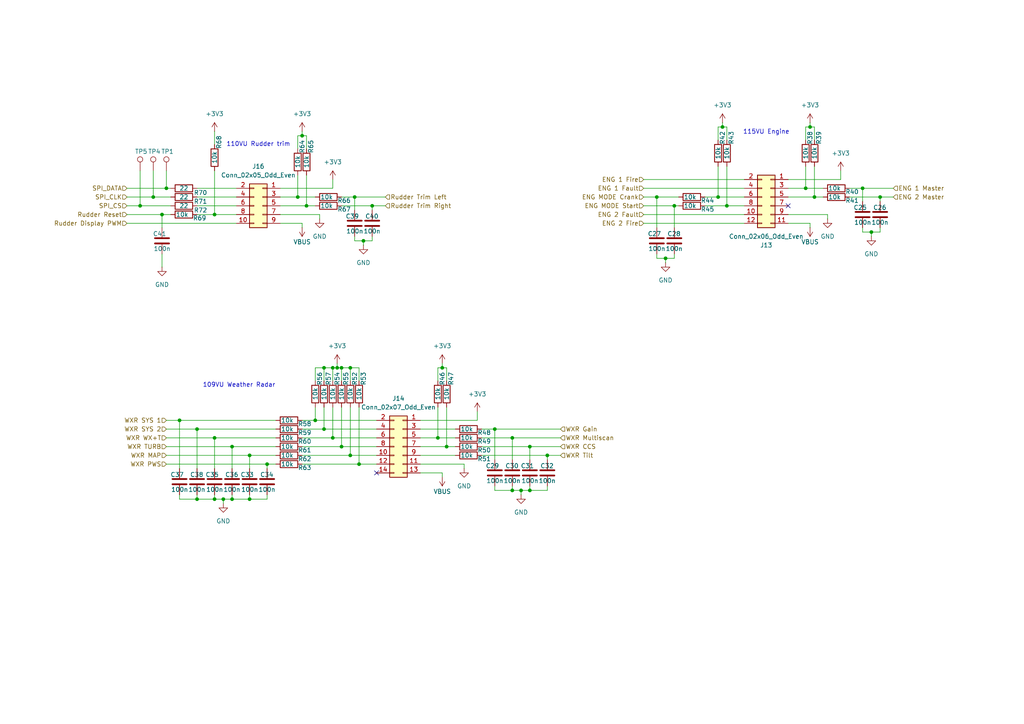
<source format=kicad_sch>
(kicad_sch (version 20231120) (generator "eeschema") (generator_version "8.0")
  (paper "A4")
  (junction (at 153.67 129.54))
  (junction (at 236.22 57.15))
  (junction (at 148.59 142.24))
  (junction (at 195.58 59.69))
  (junction (at 46.99 62.23))
  (junction (at 148.59 127))
  (junction (at 91.44 121.92))
  (junction (at 105.41 69.85))
  (junction (at 52.07 121.92))
  (junction (at 233.68 54.61))
  (junction (at 153.67 142.24))
  (junction (at 40.64 59.69))
  (junction (at 104.14 134.62))
  (junction (at 88.9 59.69))
  (junction (at 93.98 124.46))
  (junction (at 250.19 54.61))
  (junction (at 97.79 106.68))
  (junction (at 208.28 57.15))
  (junction (at 44.45 57.15))
  (junction (at 67.31 144.78))
  (junction (at 57.15 124.46))
  (junction (at 99.06 106.68))
  (junction (at 128.27 106.68))
  (junction (at 101.6 106.68))
  (junction (at 158.75 132.08))
  (junction (at 193.04 74.93))
  (junction (at 67.31 129.54))
  (junction (at 127 127))
  (junction (at 151.13 142.24))
  (junction (at 234.95 36.83))
  (junction (at 62.23 144.78))
  (junction (at 210.82 59.69))
  (junction (at 255.27 57.15))
  (junction (at 209.55 36.83))
  (junction (at 77.47 134.62))
  (junction (at 87.63 39.37))
  (junction (at 129.54 129.54))
  (junction (at 62.23 62.23))
  (junction (at 96.52 127))
  (junction (at 64.77 144.78))
  (junction (at 190.5 57.15))
  (junction (at 48.26 54.61))
  (junction (at 107.95 59.69))
  (junction (at 72.39 132.08))
  (junction (at 96.52 106.68))
  (junction (at 57.15 144.78))
  (junction (at 72.39 144.78))
  (junction (at 86.36 57.15))
  (junction (at 143.51 124.46))
  (junction (at 101.6 132.08))
  (junction (at 62.23 127))
  (junction (at 102.87 57.15))
  (junction (at 252.73 67.31))
  (junction (at 99.06 129.54))
  (junction (at 93.98 106.68))
  (no_connect (at 109.22 137.16))
  (no_connect (at 228.6 59.69))
  (wire (pts (xy 255.27 67.31) (xy 252.73 67.31)))
  (wire (pts (xy 138.43 119.38) (xy 138.43 121.92)))
  (wire (pts (xy 148.59 127) (xy 148.59 133.35)))
  (wire (pts (xy 72.39 132.08) (xy 80.01 132.08)))
  (wire (pts (xy 158.75 132.08) (xy 158.75 133.35)))
  (wire (pts (xy 236.22 48.26) (xy 236.22 57.15)))
  (wire (pts (xy 81.28 64.77) (xy 87.63 64.77)))
  (wire (pts (xy 52.07 144.78) (xy 57.15 144.78)))
  (wire (pts (xy 81.28 54.61) (xy 96.52 54.61)))
  (wire (pts (xy 93.98 124.46) (xy 109.22 124.46)))
  (wire (pts (xy 57.15 54.61) (xy 68.58 54.61)))
  (wire (pts (xy 62.23 38.1) (xy 62.23 41.91)))
  (wire (pts (xy 77.47 134.62) (xy 80.01 134.62)))
  (wire (pts (xy 87.63 39.37) (xy 87.63 38.1)))
  (wire (pts (xy 102.87 69.85) (xy 102.87 68.58)))
  (wire (pts (xy 139.7 129.54) (xy 153.67 129.54)))
  (wire (pts (xy 101.6 106.68) (xy 101.6 110.49)))
  (wire (pts (xy 46.99 62.23) (xy 49.53 62.23)))
  (wire (pts (xy 186.69 64.77) (xy 215.9 64.77)))
  (wire (pts (xy 252.73 67.31) (xy 250.19 67.31)))
  (wire (pts (xy 204.47 59.69) (xy 210.82 59.69)))
  (wire (pts (xy 81.28 59.69) (xy 88.9 59.69)))
  (wire (pts (xy 121.92 121.92) (xy 138.43 121.92)))
  (wire (pts (xy 99.06 59.69) (xy 107.95 59.69)))
  (wire (pts (xy 81.28 62.23) (xy 92.71 62.23)))
  (wire (pts (xy 67.31 129.54) (xy 67.31 135.89)))
  (wire (pts (xy 67.31 144.78) (xy 64.77 144.78)))
  (wire (pts (xy 158.75 142.24) (xy 153.67 142.24)))
  (wire (pts (xy 72.39 132.08) (xy 72.39 135.89)))
  (wire (pts (xy 107.95 59.69) (xy 107.95 60.96)))
  (wire (pts (xy 91.44 121.92) (xy 109.22 121.92)))
  (wire (pts (xy 36.83 57.15) (xy 44.45 57.15)))
  (wire (pts (xy 101.6 118.11) (xy 101.6 132.08)))
  (wire (pts (xy 121.92 124.46) (xy 132.08 124.46)))
  (wire (pts (xy 236.22 57.15) (xy 238.76 57.15)))
  (wire (pts (xy 87.63 66.04) (xy 87.63 64.77)))
  (wire (pts (xy 209.55 36.83) (xy 209.55 35.56)))
  (wire (pts (xy 134.62 134.62) (xy 134.62 135.89)))
  (wire (pts (xy 246.38 54.61) (xy 250.19 54.61)))
  (wire (pts (xy 99.06 118.11) (xy 99.06 129.54)))
  (wire (pts (xy 104.14 134.62) (xy 109.22 134.62)))
  (wire (pts (xy 77.47 144.78) (xy 72.39 144.78)))
  (wire (pts (xy 92.71 62.23) (xy 92.71 63.5)))
  (wire (pts (xy 48.26 129.54) (xy 67.31 129.54)))
  (wire (pts (xy 48.26 134.62) (xy 77.47 134.62)))
  (wire (pts (xy 139.7 127) (xy 148.59 127)))
  (wire (pts (xy 87.63 121.92) (xy 91.44 121.92)))
  (wire (pts (xy 88.9 43.18) (xy 88.9 39.37)))
  (wire (pts (xy 250.19 54.61) (xy 259.08 54.61)))
  (wire (pts (xy 57.15 144.78) (xy 62.23 144.78)))
  (wire (pts (xy 127 110.49) (xy 127 106.68)))
  (wire (pts (xy 62.23 127) (xy 80.01 127)))
  (wire (pts (xy 195.58 59.69) (xy 196.85 59.69)))
  (wire (pts (xy 62.23 143.51) (xy 62.23 144.78)))
  (wire (pts (xy 153.67 140.97) (xy 153.67 142.24)))
  (wire (pts (xy 91.44 118.11) (xy 91.44 121.92)))
  (wire (pts (xy 127 106.68) (xy 128.27 106.68)))
  (wire (pts (xy 210.82 36.83) (xy 209.55 36.83)))
  (wire (pts (xy 52.07 121.92) (xy 80.01 121.92)))
  (wire (pts (xy 105.41 69.85) (xy 102.87 69.85)))
  (wire (pts (xy 228.6 54.61) (xy 233.68 54.61)))
  (wire (pts (xy 121.92 132.08) (xy 132.08 132.08)))
  (wire (pts (xy 101.6 106.68) (xy 99.06 106.68)))
  (wire (pts (xy 72.39 143.51) (xy 72.39 144.78)))
  (wire (pts (xy 102.87 57.15) (xy 111.76 57.15)))
  (wire (pts (xy 195.58 74.93) (xy 193.04 74.93)))
  (wire (pts (xy 228.6 64.77) (xy 234.95 64.77)))
  (wire (pts (xy 236.22 36.83) (xy 234.95 36.83)))
  (wire (pts (xy 233.68 54.61) (xy 238.76 54.61)))
  (wire (pts (xy 208.28 48.26) (xy 208.28 57.15)))
  (wire (pts (xy 107.95 69.85) (xy 105.41 69.85)))
  (wire (pts (xy 87.63 124.46) (xy 93.98 124.46)))
  (wire (pts (xy 193.04 74.93) (xy 190.5 74.93)))
  (wire (pts (xy 186.69 54.61) (xy 215.9 54.61)))
  (wire (pts (xy 99.06 106.68) (xy 99.06 110.49)))
  (wire (pts (xy 57.15 143.51) (xy 57.15 144.78)))
  (wire (pts (xy 186.69 62.23) (xy 215.9 62.23)))
  (wire (pts (xy 46.99 73.66) (xy 46.99 77.47)))
  (wire (pts (xy 148.59 127) (xy 162.56 127)))
  (wire (pts (xy 129.54 106.68) (xy 128.27 106.68)))
  (wire (pts (xy 64.77 144.78) (xy 64.77 146.05)))
  (wire (pts (xy 233.68 40.64) (xy 233.68 36.83)))
  (wire (pts (xy 121.92 127) (xy 127 127)))
  (wire (pts (xy 96.52 118.11) (xy 96.52 127)))
  (wire (pts (xy 48.26 121.92) (xy 52.07 121.92)))
  (wire (pts (xy 99.06 106.68) (xy 97.79 106.68)))
  (wire (pts (xy 93.98 118.11) (xy 93.98 124.46)))
  (wire (pts (xy 139.7 124.46) (xy 143.51 124.46)))
  (wire (pts (xy 228.6 57.15) (xy 236.22 57.15)))
  (wire (pts (xy 246.38 57.15) (xy 255.27 57.15)))
  (wire (pts (xy 93.98 106.68) (xy 96.52 106.68)))
  (wire (pts (xy 250.19 67.31) (xy 250.19 66.04)))
  (wire (pts (xy 250.19 54.61) (xy 250.19 58.42)))
  (wire (pts (xy 252.73 68.58) (xy 252.73 67.31)))
  (wire (pts (xy 57.15 62.23) (xy 62.23 62.23)))
  (wire (pts (xy 228.6 62.23) (xy 240.03 62.23)))
  (wire (pts (xy 87.63 132.08) (xy 101.6 132.08)))
  (wire (pts (xy 210.82 40.64) (xy 210.82 36.83)))
  (wire (pts (xy 104.14 110.49) (xy 104.14 106.68)))
  (wire (pts (xy 77.47 134.62) (xy 77.47 135.89)))
  (wire (pts (xy 99.06 57.15) (xy 102.87 57.15)))
  (wire (pts (xy 88.9 50.8) (xy 88.9 59.69)))
  (wire (pts (xy 36.83 62.23) (xy 46.99 62.23)))
  (wire (pts (xy 44.45 49.53) (xy 44.45 57.15)))
  (wire (pts (xy 128.27 106.68) (xy 128.27 105.41)))
  (wire (pts (xy 243.84 49.53) (xy 243.84 52.07)))
  (wire (pts (xy 91.44 110.49) (xy 91.44 106.68)))
  (wire (pts (xy 186.69 59.69) (xy 195.58 59.69)))
  (wire (pts (xy 86.36 43.18) (xy 86.36 39.37)))
  (wire (pts (xy 193.04 76.2) (xy 193.04 74.93)))
  (wire (pts (xy 93.98 110.49) (xy 93.98 106.68)))
  (wire (pts (xy 40.64 49.53) (xy 40.64 59.69)))
  (wire (pts (xy 143.51 124.46) (xy 162.56 124.46)))
  (wire (pts (xy 96.52 52.07) (xy 96.52 54.61)))
  (wire (pts (xy 208.28 57.15) (xy 215.9 57.15)))
  (wire (pts (xy 228.6 52.07) (xy 243.84 52.07)))
  (wire (pts (xy 36.83 64.77) (xy 68.58 64.77)))
  (wire (pts (xy 153.67 129.54) (xy 153.67 133.35)))
  (wire (pts (xy 86.36 39.37) (xy 87.63 39.37)))
  (wire (pts (xy 129.54 110.49) (xy 129.54 106.68)))
  (wire (pts (xy 52.07 143.51) (xy 52.07 144.78)))
  (wire (pts (xy 121.92 134.62) (xy 134.62 134.62)))
  (wire (pts (xy 190.5 57.15) (xy 196.85 57.15)))
  (wire (pts (xy 48.26 124.46) (xy 57.15 124.46)))
  (wire (pts (xy 104.14 118.11) (xy 104.14 134.62)))
  (wire (pts (xy 107.95 68.58) (xy 107.95 69.85)))
  (wire (pts (xy 99.06 129.54) (xy 109.22 129.54)))
  (wire (pts (xy 48.26 54.61) (xy 49.53 54.61)))
  (wire (pts (xy 143.51 142.24) (xy 148.59 142.24)))
  (wire (pts (xy 151.13 142.24) (xy 151.13 143.51)))
  (wire (pts (xy 88.9 59.69) (xy 91.44 59.69)))
  (wire (pts (xy 127 127) (xy 132.08 127)))
  (wire (pts (xy 143.51 124.46) (xy 143.51 133.35)))
  (wire (pts (xy 153.67 129.54) (xy 162.56 129.54)))
  (wire (pts (xy 158.75 140.97) (xy 158.75 142.24)))
  (wire (pts (xy 233.68 48.26) (xy 233.68 54.61)))
  (wire (pts (xy 210.82 59.69) (xy 215.9 59.69)))
  (wire (pts (xy 87.63 127) (xy 96.52 127)))
  (wire (pts (xy 87.63 129.54) (xy 99.06 129.54)))
  (wire (pts (xy 210.82 48.26) (xy 210.82 59.69)))
  (wire (pts (xy 52.07 121.92) (xy 52.07 135.89)))
  (wire (pts (xy 153.67 142.24) (xy 151.13 142.24)))
  (wire (pts (xy 87.63 134.62) (xy 104.14 134.62)))
  (wire (pts (xy 67.31 129.54) (xy 80.01 129.54)))
  (wire (pts (xy 139.7 132.08) (xy 158.75 132.08)))
  (wire (pts (xy 36.83 59.69) (xy 40.64 59.69)))
  (wire (pts (xy 121.92 129.54) (xy 129.54 129.54)))
  (wire (pts (xy 88.9 39.37) (xy 87.63 39.37)))
  (wire (pts (xy 57.15 57.15) (xy 68.58 57.15)))
  (wire (pts (xy 234.95 66.04) (xy 234.95 64.77)))
  (wire (pts (xy 57.15 59.69) (xy 68.58 59.69)))
  (wire (pts (xy 129.54 118.11) (xy 129.54 129.54)))
  (wire (pts (xy 62.23 144.78) (xy 64.77 144.78)))
  (wire (pts (xy 86.36 50.8) (xy 86.36 57.15)))
  (wire (pts (xy 255.27 57.15) (xy 259.08 57.15)))
  (wire (pts (xy 104.14 106.68) (xy 101.6 106.68)))
  (wire (pts (xy 129.54 129.54) (xy 132.08 129.54)))
  (wire (pts (xy 143.51 140.97) (xy 143.51 142.24)))
  (wire (pts (xy 148.59 142.24) (xy 151.13 142.24)))
  (wire (pts (xy 255.27 66.04) (xy 255.27 67.31)))
  (wire (pts (xy 97.79 106.68) (xy 97.79 105.41)))
  (wire (pts (xy 48.26 127) (xy 62.23 127)))
  (wire (pts (xy 44.45 57.15) (xy 49.53 57.15)))
  (wire (pts (xy 57.15 124.46) (xy 57.15 135.89)))
  (wire (pts (xy 57.15 124.46) (xy 80.01 124.46)))
  (wire (pts (xy 105.41 71.12) (xy 105.41 69.85)))
  (wire (pts (xy 128.27 138.43) (xy 128.27 137.16)))
  (wire (pts (xy 91.44 106.68) (xy 93.98 106.68)))
  (wire (pts (xy 48.26 49.53) (xy 48.26 54.61)))
  (wire (pts (xy 186.69 52.07) (xy 215.9 52.07)))
  (wire (pts (xy 121.92 137.16) (xy 128.27 137.16)))
  (wire (pts (xy 195.58 59.69) (xy 195.58 66.04)))
  (wire (pts (xy 96.52 106.68) (xy 97.79 106.68)))
  (wire (pts (xy 81.28 57.15) (xy 86.36 57.15)))
  (wire (pts (xy 190.5 74.93) (xy 190.5 73.66)))
  (wire (pts (xy 67.31 143.51) (xy 67.31 144.78)))
  (wire (pts (xy 96.52 127) (xy 109.22 127)))
  (wire (pts (xy 195.58 73.66) (xy 195.58 74.93)))
  (wire (pts (xy 186.69 57.15) (xy 190.5 57.15)))
  (wire (pts (xy 234.95 36.83) (xy 234.95 35.56)))
  (wire (pts (xy 48.26 132.08) (xy 72.39 132.08)))
  (wire (pts (xy 208.28 36.83) (xy 209.55 36.83)))
  (wire (pts (xy 208.28 40.64) (xy 208.28 36.83)))
  (wire (pts (xy 77.47 143.51) (xy 77.47 144.78)))
  (wire (pts (xy 233.68 36.83) (xy 234.95 36.83)))
  (wire (pts (xy 158.75 132.08) (xy 162.56 132.08)))
  (wire (pts (xy 62.23 62.23) (xy 68.58 62.23)))
  (wire (pts (xy 72.39 144.78) (xy 67.31 144.78)))
  (wire (pts (xy 240.03 62.23) (xy 240.03 63.5)))
  (wire (pts (xy 107.95 59.69) (xy 111.76 59.69)))
  (wire (pts (xy 102.87 57.15) (xy 102.87 60.96)))
  (wire (pts (xy 204.47 57.15) (xy 208.28 57.15)))
  (wire (pts (xy 62.23 127) (xy 62.23 135.89)))
  (wire (pts (xy 86.36 57.15) (xy 91.44 57.15)))
  (wire (pts (xy 101.6 132.08) (xy 109.22 132.08)))
  (wire (pts (xy 40.64 59.69) (xy 49.53 59.69)))
  (wire (pts (xy 36.83 54.61) (xy 48.26 54.61)))
  (wire (pts (xy 46.99 66.04) (xy 46.99 62.23)))
  (wire (pts (xy 127 118.11) (xy 127 127)))
  (wire (pts (xy 148.59 140.97) (xy 148.59 142.24)))
  (wire (pts (xy 96.52 110.49) (xy 96.52 106.68)))
  (wire (pts (xy 236.22 40.64) (xy 236.22 36.83)))
  (wire (pts (xy 255.27 57.15) (xy 255.27 58.42)))
  (wire (pts (xy 190.5 66.04) (xy 190.5 57.15)))
  (wire (pts (xy 62.23 49.53) (xy 62.23 62.23)))
  (text "110VU Rudder trim" (at 74.93 41.91 0) (effects (font (size 1.27 1.27))))
  (text "115VU Engine" (at 222.25 38.354 0) (effects (font (size 1.27 1.27))))
  (text "109VU Weather Radar" (at 69.342 111.76 0) (effects (font (size 1.27 1.27))))
  (hierarchical_label "ENG 1 Master" (shape input) (at 259.08 54.61 0))
  (hierarchical_label "ENG 2 Master" (shape input) (at 259.08 57.15 0))
  (hierarchical_label "ENG 2 Fire" (shape input) (at 186.69 64.77 180))
  (hierarchical_label "WXR WX+T" (shape input) (at 48.26 127 180))
  (hierarchical_label "WXR Multiscan" (shape input) (at 162.56 127 0))
  (hierarchical_label "WXR Gain" (shape input) (at 162.56 124.46 0))
  (hierarchical_label "WXR TURB" (shape input) (at 48.26 129.54 180))
  (hierarchical_label "ENG 2 Fault" (shape input) (at 186.69 62.23 180))
  (hierarchical_label "ENG 1 Fault" (shape input) (at 186.69 54.61 180))
  (hierarchical_label "WXR CCS" (shape input) (at 162.56 129.54 0))
  (hierarchical_label "SPI_CS" (shape input) (at 36.83 59.69 180))
  (hierarchical_label "WXR SYS 2" (shape input) (at 48.26 124.46 180))
  (hierarchical_label "ENG MODE Start" (shape input) (at 186.69 59.69 180))
  (hierarchical_label "ENG 1 Fire" (shape input) (at 186.69 52.07 180))
  (hierarchical_label "WXR MAP" (shape input) (at 48.26 132.08 180))
  (hierarchical_label "SPI_DATA" (shape input) (at 36.83 54.61 180))
  (hierarchical_label "WXR SYS 1" (shape input) (at 48.26 121.92 180))
  (hierarchical_label "Rudder Display PWM" (shape input) (at 36.83 64.77 180))
  (hierarchical_label "ENG MODE Crank" (shape input) (at 186.69 57.15 180))
  (hierarchical_label "Rudder Trim Right" (shape input) (at 111.76 59.69 0))
  (hierarchical_label "WXR PWS" (shape input) (at 48.26 134.62 180))
  (hierarchical_label "WXR Tilt" (shape input) (at 162.56 132.08 0))
  (hierarchical_label "Rudder Reset" (shape input) (at 36.83 62.23 180))
  (hierarchical_label "Rudder Trim Left" (shape input) (at 111.76 57.15 0))
  (hierarchical_label "SPI_CLK" (shape input) (at 36.83 57.15 180))
  (symbol (lib_id "Device:C") (at 46.99 69.85 0) (mirror x) (unit 1)
    (property "Reference" "C41" (at 48.26 67.818 0) (effects (justify right)))
    (property "Value" "100n" (at 49.53 72.136 0) (effects (justify right)))
    (property "Footprint" "Capacitor_SMD:C_0603_1608Metric" (effects (hide yes)))
    (property "Datasheet" "https://www.lcsc.com/datasheet/lcsc_datasheet_2211101700_YAGEO-CC0603KRX7R9BB104_C14663.pdf" (effects (hide yes)))
    (property "Description" "Unpolarized capacitor" (effects (hide yes)))
    (property "JLCPCB Part" "C14663" (effects (hide yes)))
    (property "Manufracturer" "YAGEO" (effects (hide yes)))
    (property "Manufracturer Part Number" "CC0603KRX7R9BB104" (effects (hide yes)))
  )
  (symbol (lib_id "Device:R") (at 83.82 121.92 270) (mirror x) (unit 1)
    (property "Reference" "R58" (at 88.392 122.936 90))
    (property "Value" "10k" (at 83.312 121.92 90))
    (property "Footprint" "Resistor_SMD:R_0603_1608Metric" (effects (hide yes)))
    (property "Datasheet" "https://www.lcsc.com/datasheet/lcsc_datasheet_2206010045_UNI-ROYAL-Uniroyal-Elec-0603WAF1002T5E_C25804.pdf" (effects (hide yes)))
    (property "Description" "Resistor" (effects (hide yes)))
    (property "JLCPCB Part" "C25804" (effects (hide yes)))
    (property "Manufracturer" "UNI-ROYAL(Uniroyal Elec)" (effects (hide yes)))
    (property "Manufracturer Part Number" "0603WAF1002T5E" (effects (hide yes)))
  )
  (symbol (lib_id "power:GND") (at 240.03 63.5 0) (unit 1)
    (property "Reference" "#PWR056" (effects (hide yes)))
    (property "Value" "GND" (at 240.03 68.58 0))
  )
  (symbol (lib_id "Device:R") (at 86.36 46.99 0) (mirror x) (unit 1)
    (property "Reference" "R64" (at 87.63 44.45 90) (effects (justify right)))
    (property "Value" "10k" (at 86.36 48.768 90) (effects (justify right)))
    (property "Footprint" "Resistor_SMD:R_0603_1608Metric" (effects (hide yes)))
    (property "Datasheet" "https://www.lcsc.com/datasheet/lcsc_datasheet_2206010045_UNI-ROYAL-Uniroyal-Elec-0603WAF1002T5E_C25804.pdf" (effects (hide yes)))
    (property "Description" "Resistor" (effects (hide yes)))
    (property "JLCPCB Part" "C25804" (effects (hide yes)))
    (property "Manufracturer" "UNI-ROYAL(Uniroyal Elec)" (effects (hide yes)))
    (property "Manufracturer Part Number" "0603WAF1002T5E" (effects (hide yes)))
  )
  (symbol (lib_id "power:+3V3") (at 96.52 52.07 0) (unit 1)
    (property "Reference" "#PWR073" (effects (hide yes)))
    (property "Value" "+3V3" (at 96.52 46.99 0))
  )
  (symbol (lib_id "Device:R") (at 135.89 124.46 270) (mirror x) (unit 1)
    (property "Reference" "R48" (at 140.462 125.476 90))
    (property "Value" "10k" (at 135.382 124.46 90))
    (property "Footprint" "Resistor_SMD:R_0603_1608Metric" (effects (hide yes)))
    (property "Datasheet" "https://www.lcsc.com/datasheet/lcsc_datasheet_2206010045_UNI-ROYAL-Uniroyal-Elec-0603WAF1002T5E_C25804.pdf" (effects (hide yes)))
    (property "Description" "Resistor" (effects (hide yes)))
    (property "JLCPCB Part" "C25804" (effects (hide yes)))
    (property "Manufracturer" "UNI-ROYAL(Uniroyal Elec)" (effects (hide yes)))
    (property "Manufracturer Part Number" "0603WAF1002T5E" (effects (hide yes)))
  )
  (symbol (lib_id "Device:C") (at 158.75 137.16 180) (unit 1)
    (property "Reference" "C32" (at 156.718 135.128 0) (effects (justify right)))
    (property "Value" "100n" (at 156.21 139.446 0) (effects (justify right)))
    (property "Footprint" "Capacitor_SMD:C_0603_1608Metric" (effects (hide yes)))
    (property "Datasheet" "https://www.lcsc.com/datasheet/lcsc_datasheet_2211101700_YAGEO-CC0603KRX7R9BB104_C14663.pdf" (effects (hide yes)))
    (property "Description" "Unpolarized capacitor" (effects (hide yes)))
    (property "JLCPCB Part" "C14663" (effects (hide yes)))
    (property "Manufracturer" "YAGEO" (effects (hide yes)))
    (property "Manufracturer Part Number" "CC0603KRX7R9BB104" (effects (hide yes)))
  )
  (symbol (lib_id "Device:R") (at 62.23 45.72 180) (unit 1)
    (property "Reference" "R68" (at 63.5 43.18 90) (effects (justify right)))
    (property "Value" "10k" (at 62.23 47.498 90) (effects (justify right)))
    (property "Footprint" "Resistor_SMD:R_0603_1608Metric" (effects (hide yes)))
    (property "Datasheet" "https://www.lcsc.com/datasheet/lcsc_datasheet_2206010045_UNI-ROYAL-Uniroyal-Elec-0603WAF1002T5E_C25804.pdf" (effects (hide yes)))
    (property "Description" "Resistor" (effects (hide yes)))
    (property "JLCPCB Part" "C25804" (effects (hide yes)))
    (property "Manufracturer" "UNI-ROYAL(Uniroyal Elec)" (effects (hide yes)))
    (property "Manufracturer Part Number" "0603WAF1002T5E" (effects (hide yes)))
  )
  (symbol (lib_id "Device:R") (at 96.52 114.3 0) (mirror x) (unit 1)
    (property "Reference" "R54" (at 97.79 111.76 90) (effects (justify right)))
    (property "Value" "10k" (at 96.52 116.078 90) (effects (justify right)))
    (property "Footprint" "Resistor_SMD:R_0603_1608Metric" (effects (hide yes)))
    (property "Datasheet" "https://www.lcsc.com/datasheet/lcsc_datasheet_2206010045_UNI-ROYAL-Uniroyal-Elec-0603WAF1002T5E_C25804.pdf" (effects (hide yes)))
    (property "Description" "Resistor" (effects (hide yes)))
    (property "JLCPCB Part" "C25804" (effects (hide yes)))
    (property "Manufracturer" "UNI-ROYAL(Uniroyal Elec)" (effects (hide yes)))
    (property "Manufracturer Part Number" "0603WAF1002T5E" (effects (hide yes)))
  )
  (symbol (lib_id "power:GND") (at 252.73 68.58 0) (unit 1)
    (property "Reference" "#PWR057" (effects (hide yes)))
    (property "Value" "GND" (at 252.73 73.66 0))
  )
  (symbol (lib_id "Device:R") (at 233.68 44.45 0) (mirror x) (unit 1)
    (property "Reference" "R38" (at 234.95 41.91 90) (effects (justify right)))
    (property "Value" "10k" (at 233.68 46.228 90) (effects (justify right)))
    (property "Footprint" "Resistor_SMD:R_0603_1608Metric" (effects (hide yes)))
    (property "Datasheet" "https://www.lcsc.com/datasheet/lcsc_datasheet_2206010045_UNI-ROYAL-Uniroyal-Elec-0603WAF1002T5E_C25804.pdf" (effects (hide yes)))
    (property "Description" "Resistor" (effects (hide yes)))
    (property "JLCPCB Part" "C25804" (effects (hide yes)))
    (property "Manufracturer" "UNI-ROYAL(Uniroyal Elec)" (effects (hide yes)))
    (property "Manufracturer Part Number" "0603WAF1002T5E" (effects (hide yes)))
  )
  (symbol (lib_id "Device:C") (at 148.59 137.16 180) (unit 1)
    (property "Reference" "C30" (at 146.558 135.128 0) (effects (justify right)))
    (property "Value" "100n" (at 146.05 139.446 0) (effects (justify right)))
    (property "Footprint" "Capacitor_SMD:C_0603_1608Metric" (effects (hide yes)))
    (property "Datasheet" "https://www.lcsc.com/datasheet/lcsc_datasheet_2211101700_YAGEO-CC0603KRX7R9BB104_C14663.pdf" (effects (hide yes)))
    (property "Description" "Unpolarized capacitor" (effects (hide yes)))
    (property "JLCPCB Part" "C14663" (effects (hide yes)))
    (property "Manufracturer" "YAGEO" (effects (hide yes)))
    (property "Manufracturer Part Number" "CC0603KRX7R9BB104" (effects (hide yes)))
  )
  (symbol (lib_id "power:GND") (at 46.99 77.47 0) (unit 1)
    (property "Reference" "#PWR076" (effects (hide yes)))
    (property "Value" "GND" (at 46.99 82.55 0))
  )
  (symbol (lib_id "power:+3V3") (at 209.55 35.56 0) (unit 1)
    (property "Reference" "#PWR059" (effects (hide yes)))
    (property "Value" "+3V3" (at 209.55 30.48 0))
  )
  (symbol (lib_id "Device:R") (at 208.28 44.45 0) (mirror x) (unit 1)
    (property "Reference" "R42" (at 209.55 41.91 90) (effects (justify right)))
    (property "Value" "10k" (at 208.28 46.228 90) (effects (justify right)))
    (property "Footprint" "Resistor_SMD:R_0603_1608Metric" (effects (hide yes)))
    (property "Datasheet" "https://www.lcsc.com/datasheet/lcsc_datasheet_2206010045_UNI-ROYAL-Uniroyal-Elec-0603WAF1002T5E_C25804.pdf" (effects (hide yes)))
    (property "Description" "Resistor" (effects (hide yes)))
    (property "JLCPCB Part" "C25804" (effects (hide yes)))
    (property "Manufracturer" "UNI-ROYAL(Uniroyal Elec)" (effects (hide yes)))
    (property "Manufracturer Part Number" "0603WAF1002T5E" (effects (hide yes)))
  )
  (symbol (lib_id "power:GND") (at 193.04 76.2 0) (unit 1)
    (property "Reference" "#PWR060" (effects (hide yes)))
    (property "Value" "GND" (at 193.04 81.28 0))
  )
  (symbol (lib_id "power:GND") (at 92.71 63.5 0) (unit 1)
    (property "Reference" "#PWR072" (effects (hide yes)))
    (property "Value" "GND" (at 92.71 68.58 0))
  )
  (symbol (lib_id "Connector:TestPoint") (at 44.45 49.53 0) (mirror y) (unit 1)
    (property "Reference" "TP4" (at 42.926 43.942 0) (effects (justify right)))
    (property "Value" "TestPoint" (effects (hide yes)))
    (property "Footprint" "TestPoint:TestPoint_Pad_D1.5mm" (effects (hide yes)))
    (property "Description" "test point" (effects (hide yes)))
  )
  (symbol (lib_id "power:VBUS") (at 87.63 66.04 180) (unit 1)
    (property "Reference" "#PWR071" (effects (hide yes)))
    (property "Value" "VBUS" (at 87.63 70.1731 0))
  )
  (symbol (lib_id "Device:R") (at 129.54 114.3 180) (unit 1)
    (property "Reference" "R47" (at 130.81 111.76 90) (effects (justify right)))
    (property "Value" "10k" (at 129.54 116.078 90) (effects (justify right)))
    (property "Footprint" "Resistor_SMD:R_0603_1608Metric" (effects (hide yes)))
    (property "Datasheet" "https://www.lcsc.com/datasheet/lcsc_datasheet_2206010045_UNI-ROYAL-Uniroyal-Elec-0603WAF1002T5E_C25804.pdf" (effects (hide yes)))
    (property "Description" "Resistor" (effects (hide yes)))
    (property "JLCPCB Part" "C25804" (effects (hide yes)))
    (property "Manufracturer" "UNI-ROYAL(Uniroyal Elec)" (effects (hide yes)))
    (property "Manufracturer Part Number" "0603WAF1002T5E" (effects (hide yes)))
  )
  (symbol (lib_id "Device:R") (at 135.89 127 90) (unit 1)
    (property "Reference" "R49" (at 140.462 128.016 90))
    (property "Value" "10k" (at 135.382 127 90))
    (property "Footprint" "Resistor_SMD:R_0603_1608Metric" (effects (hide yes)))
    (property "Datasheet" "https://www.lcsc.com/datasheet/lcsc_datasheet_2206010045_UNI-ROYAL-Uniroyal-Elec-0603WAF1002T5E_C25804.pdf" (effects (hide yes)))
    (property "Description" "Resistor" (effects (hide yes)))
    (property "JLCPCB Part" "C25804" (effects (hide yes)))
    (property "Manufracturer" "UNI-ROYAL(Uniroyal Elec)" (effects (hide yes)))
    (property "Manufracturer Part Number" "0603WAF1002T5E" (effects (hide yes)))
  )
  (symbol (lib_id "Device:R") (at 83.82 134.62 90) (unit 1)
    (property "Reference" "R63" (at 88.392 135.636 90))
    (property "Value" "10k" (at 83.312 134.62 90))
    (property "Footprint" "Resistor_SMD:R_0603_1608Metric" (effects (hide yes)))
    (property "Datasheet" "https://www.lcsc.com/datasheet/lcsc_datasheet_2206010045_UNI-ROYAL-Uniroyal-Elec-0603WAF1002T5E_C25804.pdf" (effects (hide yes)))
    (property "Description" "Resistor" (effects (hide yes)))
    (property "JLCPCB Part" "C25804" (effects (hide yes)))
    (property "Manufracturer" "UNI-ROYAL(Uniroyal Elec)" (effects (hide yes)))
    (property "Manufracturer Part Number" "0603WAF1002T5E" (effects (hide yes)))
  )
  (symbol (lib_id "Device:R") (at 95.25 59.69 90) (unit 1)
    (property "Reference" "R67" (at 99.822 60.706 90))
    (property "Value" "10k" (at 94.742 59.69 90))
    (property "Footprint" "Resistor_SMD:R_0603_1608Metric" (effects (hide yes)))
    (property "Datasheet" "https://www.lcsc.com/datasheet/lcsc_datasheet_2206010045_UNI-ROYAL-Uniroyal-Elec-0603WAF1002T5E_C25804.pdf" (effects (hide yes)))
    (property "Description" "Resistor" (effects (hide yes)))
    (property "JLCPCB Part" "C25804" (effects (hide yes)))
    (property "Manufracturer" "UNI-ROYAL(Uniroyal Elec)" (effects (hide yes)))
    (property "Manufracturer Part Number" "0603WAF1002T5E" (effects (hide yes)))
  )
  (symbol (lib_id "Device:R") (at 53.34 62.23 90) (unit 1)
    (property "Reference" "R69" (at 57.912 63.246 90))
    (property "Value" "10k" (at 52.832 62.23 90))
    (property "Footprint" "Resistor_SMD:R_0603_1608Metric" (effects (hide yes)))
    (property "Datasheet" "https://www.lcsc.com/datasheet/lcsc_datasheet_2206010045_UNI-ROYAL-Uniroyal-Elec-0603WAF1002T5E_C25804.pdf" (effects (hide yes)))
    (property "Description" "Resistor" (effects (hide yes)))
    (property "JLCPCB Part" "C25804" (effects (hide yes)))
    (property "Manufracturer" "UNI-ROYAL(Uniroyal Elec)" (effects (hide yes)))
    (property "Manufracturer Part Number" "0603WAF1002T5E" (effects (hide yes)))
  )
  (symbol (lib_id "Device:R") (at 236.22 44.45 180) (unit 1)
    (property "Reference" "R39" (at 237.49 41.91 90) (effects (justify right)))
    (property "Value" "10k" (at 236.22 46.228 90) (effects (justify right)))
    (property "Footprint" "Resistor_SMD:R_0603_1608Metric" (effects (hide yes)))
    (property "Datasheet" "https://www.lcsc.com/datasheet/lcsc_datasheet_2206010045_UNI-ROYAL-Uniroyal-Elec-0603WAF1002T5E_C25804.pdf" (effects (hide yes)))
    (property "Description" "Resistor" (effects (hide yes)))
    (property "JLCPCB Part" "C25804" (effects (hide yes)))
    (property "Manufracturer" "UNI-ROYAL(Uniroyal Elec)" (effects (hide yes)))
    (property "Manufracturer Part Number" "0603WAF1002T5E" (effects (hide yes)))
  )
  (symbol (lib_id "Device:C") (at 77.47 139.7 180) (unit 1)
    (property "Reference" "C34" (at 75.438 137.668 0) (effects (justify right)))
    (property "Value" "100n" (at 74.93 141.986 0) (effects (justify right)))
    (property "Footprint" "Capacitor_SMD:C_0603_1608Metric" (effects (hide yes)))
    (property "Datasheet" "https://www.lcsc.com/datasheet/lcsc_datasheet_2211101700_YAGEO-CC0603KRX7R9BB104_C14663.pdf" (effects (hide yes)))
    (property "Description" "Unpolarized capacitor" (effects (hide yes)))
    (property "JLCPCB Part" "C14663" (effects (hide yes)))
    (property "Manufracturer" "YAGEO" (effects (hide yes)))
    (property "Manufracturer Part Number" "CC0603KRX7R9BB104" (effects (hide yes)))
  )
  (symbol (lib_id "power:VBUS") (at 128.27 138.43 180) (unit 1)
    (property "Reference" "#PWR062" (effects (hide yes)))
    (property "Value" "VBUS" (at 128.27 142.5631 0))
  )
  (symbol (lib_id "Device:R") (at 53.34 54.61 90) (unit 1)
    (property "Reference" "R70" (at 58.166 55.88 90))
    (property "Value" "22" (at 53.34 54.61 90))
    (property "Footprint" "Resistor_SMD:R_0805_2012Metric" (effects (hide yes)))
    (property "Datasheet" "https://www.lcsc.com/datasheet/lcsc_datasheet_2205311900_UNI-ROYAL-Uniroyal-Elec-0805W8J0220T5E_C25295.pdf" (effects (hide yes)))
    (property "Description" "Resistor" (effects (hide yes)))
    (property "JLCPCB Part" "C25295" (effects (hide yes)))
    (property "Manufracturer" "UNI-ROYAL(Uniroyal Elec)" (effects (hide yes)))
    (property "Manufracturer Part Number" "0805W8J0220T5E" (effects (hide yes)))
  )
  (symbol (lib_id "Connector_Generic:Conn_02x05_Odd_Even") (at 76.2 59.69 0) (mirror y) (unit 1)
    (property "Reference" "J16" (at 74.93 48.26 0))
    (property "Value" "Conn_02x05_Odd_Even" (at 74.93 50.8 0))
    (property "Footprint" "Connector_IDC:IDC-Header_2x05_P2.54mm_Vertical" (effects (hide yes)))
    (property "Datasheet" "https://www.lcsc.com/datasheet/lcsc_datasheet_1810281612_BOOMELE-Boom-Precision-Elec-2-54-2-5P_C5665.pdf" (effects (hide yes)))
    (property "JLCPCB Part" "C5665" (effects (hide yes)))
    (property "Manufracturer" "BOOMELE(Boom Precision Elec)" (effects (hide yes)))
    (property "Manufracturer Part Number" "2.54-2*5P" (effects (hide yes)))
  )
  (symbol (lib_id "Device:R") (at 83.82 124.46 90) (unit 1)
    (property "Reference" "R59" (at 88.392 125.476 90))
    (property "Value" "10k" (at 83.312 124.46 90))
    (property "Footprint" "Resistor_SMD:R_0603_1608Metric" (effects (hide yes)))
    (property "Datasheet" "https://www.lcsc.com/datasheet/lcsc_datasheet_2206010045_UNI-ROYAL-Uniroyal-Elec-0603WAF1002T5E_C25804.pdf" (effects (hide yes)))
    (property "Description" "Resistor" (effects (hide yes)))
    (property "JLCPCB Part" "C25804" (effects (hide yes)))
    (property "Manufracturer" "UNI-ROYAL(Uniroyal Elec)" (effects (hide yes)))
    (property "Manufracturer Part Number" "0603WAF1002T5E" (effects (hide yes)))
  )
  (symbol (lib_id "Connector:TestPoint") (at 48.26 49.53 0) (mirror y) (unit 1)
    (property "Reference" "TP1" (at 46.736 43.942 0) (effects (justify right)))
    (property "Value" "TestPoint" (effects (hide yes)))
    (property "Footprint" "TestPoint:TestPoint_Pad_D1.5mm" (effects (hide yes)))
    (property "Description" "test point" (effects (hide yes)))
  )
  (symbol (lib_id "Device:C") (at 250.19 62.23 0) (mirror x) (unit 1)
    (property "Reference" "C25" (at 251.46 60.198 0) (effects (justify right)))
    (property "Value" "100n" (at 252.73 64.516 0) (effects (justify right)))
    (property "Footprint" "Capacitor_SMD:C_0603_1608Metric" (effects (hide yes)))
    (property "Datasheet" "https://www.lcsc.com/datasheet/lcsc_datasheet_2211101700_YAGEO-CC0603KRX7R9BB104_C14663.pdf" (effects (hide yes)))
    (property "Description" "Unpolarized capacitor" (effects (hide yes)))
    (property "JLCPCB Part" "C14663" (effects (hide yes)))
    (property "Manufracturer" "YAGEO" (effects (hide yes)))
    (property "Manufracturer Part Number" "CC0603KRX7R9BB104" (effects (hide yes)))
  )
  (symbol (lib_id "Device:R") (at 200.66 57.15 270) (mirror x) (unit 1)
    (property "Reference" "R44" (at 205.232 58.166 90))
    (property "Value" "10k" (at 200.152 57.15 90))
    (property "Footprint" "Resistor_SMD:R_0603_1608Metric" (effects (hide yes)))
    (property "Datasheet" "https://www.lcsc.com/datasheet/lcsc_datasheet_2206010045_UNI-ROYAL-Uniroyal-Elec-0603WAF1002T5E_C25804.pdf" (effects (hide yes)))
    (property "Description" "Resistor" (effects (hide yes)))
    (property "JLCPCB Part" "C25804" (effects (hide yes)))
    (property "Manufracturer" "UNI-ROYAL(Uniroyal Elec)" (effects (hide yes)))
    (property "Manufracturer Part Number" "0603WAF1002T5E" (effects (hide yes)))
  )
  (symbol (lib_id "Device:R") (at 99.06 114.3 180) (unit 1)
    (property "Reference" "R55" (at 100.33 111.76 90) (effects (justify right)))
    (property "Value" "10k" (at 99.06 116.078 90) (effects (justify right)))
    (property "Footprint" "Resistor_SMD:R_0603_1608Metric" (effects (hide yes)))
    (property "Datasheet" "https://www.lcsc.com/datasheet/lcsc_datasheet_2206010045_UNI-ROYAL-Uniroyal-Elec-0603WAF1002T5E_C25804.pdf" (effects (hide yes)))
    (property "Description" "Resistor" (effects (hide yes)))
    (property "JLCPCB Part" "C25804" (effects (hide yes)))
    (property "Manufracturer" "UNI-ROYAL(Uniroyal Elec)" (effects (hide yes)))
    (property "Manufracturer Part Number" "0603WAF1002T5E" (effects (hide yes)))
  )
  (symbol (lib_id "power:+3V3") (at 128.27 105.41 0) (unit 1)
    (property "Reference" "#PWR064" (effects (hide yes)))
    (property "Value" "+3V3" (at 128.27 100.33 0))
  )
  (symbol (lib_id "Device:R") (at 93.98 114.3 180) (unit 1)
    (property "Reference" "R57" (at 95.25 111.76 90) (effects (justify right)))
    (property "Value" "10k" (at 93.98 116.078 90) (effects (justify right)))
    (property "Footprint" "Resistor_SMD:R_0603_1608Metric" (effects (hide yes)))
    (property "Datasheet" "https://www.lcsc.com/datasheet/lcsc_datasheet_2206010045_UNI-ROYAL-Uniroyal-Elec-0603WAF1002T5E_C25804.pdf" (effects (hide yes)))
    (property "Description" "Resistor" (effects (hide yes)))
    (property "JLCPCB Part" "C25804" (effects (hide yes)))
    (property "Manufracturer" "UNI-ROYAL(Uniroyal Elec)" (effects (hide yes)))
    (property "Manufracturer Part Number" "0603WAF1002T5E" (effects (hide yes)))
  )
  (symbol (lib_id "power:+3V3") (at 243.84 49.53 0) (unit 1)
    (property "Reference" "#PWR054" (effects (hide yes)))
    (property "Value" "+3V3" (at 243.84 44.45 0))
  )
  (symbol (lib_id "power:+3V3") (at 234.95 35.56 0) (unit 1)
    (property "Reference" "#PWR058" (effects (hide yes)))
    (property "Value" "+3V3" (at 234.95 30.48 0))
  )
  (symbol (lib_id "power:GND") (at 105.41 71.12 0) (unit 1)
    (property "Reference" "#PWR074" (effects (hide yes)))
    (property "Value" "GND" (at 105.41 76.2 0))
  )
  (symbol (lib_id "Device:R") (at 200.66 59.69 90) (unit 1)
    (property "Reference" "R45" (at 205.232 60.706 90))
    (property "Value" "10k" (at 200.152 59.69 90))
    (property "Footprint" "Resistor_SMD:R_0603_1608Metric" (effects (hide yes)))
    (property "Datasheet" "https://www.lcsc.com/datasheet/lcsc_datasheet_2206010045_UNI-ROYAL-Uniroyal-Elec-0603WAF1002T5E_C25804.pdf" (effects (hide yes)))
    (property "Description" "Resistor" (effects (hide yes)))
    (property "JLCPCB Part" "C25804" (effects (hide yes)))
    (property "Manufracturer" "UNI-ROYAL(Uniroyal Elec)" (effects (hide yes)))
    (property "Manufracturer Part Number" "0603WAF1002T5E" (effects (hide yes)))
  )
  (symbol (lib_id "Device:R") (at 83.82 127 270) (mirror x) (unit 1)
    (property "Reference" "R60" (at 88.392 128.016 90))
    (property "Value" "10k" (at 83.312 127 90))
    (property "Footprint" "Resistor_SMD:R_0603_1608Metric" (effects (hide yes)))
    (property "Datasheet" "https://www.lcsc.com/datasheet/lcsc_datasheet_2206010045_UNI-ROYAL-Uniroyal-Elec-0603WAF1002T5E_C25804.pdf" (effects (hide yes)))
    (property "Description" "Resistor" (effects (hide yes)))
    (property "JLCPCB Part" "C25804" (effects (hide yes)))
    (property "Manufracturer" "UNI-ROYAL(Uniroyal Elec)" (effects (hide yes)))
    (property "Manufracturer Part Number" "0603WAF1002T5E" (effects (hide yes)))
  )
  (symbol (lib_id "power:+3V3") (at 138.43 119.38 0) (unit 1)
    (property "Reference" "#PWR061" (effects (hide yes)))
    (property "Value" "+3V3" (at 138.43 114.3 0))
  )
  (symbol (lib_id "Device:R") (at 210.82 44.45 180) (unit 1)
    (property "Reference" "R43" (at 212.09 41.91 90) (effects (justify right)))
    (property "Value" "10k" (at 210.82 46.228 90) (effects (justify right)))
    (property "Footprint" "Resistor_SMD:R_0603_1608Metric" (effects (hide yes)))
    (property "Datasheet" "https://www.lcsc.com/datasheet/lcsc_datasheet_2206010045_UNI-ROYAL-Uniroyal-Elec-0603WAF1002T5E_C25804.pdf" (effects (hide yes)))
    (property "Description" "Resistor" (effects (hide yes)))
    (property "JLCPCB Part" "C25804" (effects (hide yes)))
    (property "Manufracturer" "UNI-ROYAL(Uniroyal Elec)" (effects (hide yes)))
    (property "Manufracturer Part Number" "0603WAF1002T5E" (effects (hide yes)))
  )
  (symbol (lib_id "Device:R") (at 88.9 46.99 180) (unit 1)
    (property "Reference" "R65" (at 90.17 44.45 90) (effects (justify right)))
    (property "Value" "10k" (at 88.9 48.768 90) (effects (justify right)))
    (property "Footprint" "Resistor_SMD:R_0603_1608Metric" (effects (hide yes)))
    (property "Datasheet" "https://www.lcsc.com/datasheet/lcsc_datasheet_2206010045_UNI-ROYAL-Uniroyal-Elec-0603WAF1002T5E_C25804.pdf" (effects (hide yes)))
    (property "Description" "Resistor" (effects (hide yes)))
    (property "JLCPCB Part" "C25804" (effects (hide yes)))
    (property "Manufracturer" "UNI-ROYAL(Uniroyal Elec)" (effects (hide yes)))
    (property "Manufracturer Part Number" "0603WAF1002T5E" (effects (hide yes)))
  )
  (symbol (lib_id "power:+3V3") (at 62.23 38.1 0) (unit 1)
    (property "Reference" "#PWR075" (effects (hide yes)))
    (property "Value" "+3V3" (at 62.23 33.02 0))
  )
  (symbol (lib_id "power:GND") (at 134.62 135.89 0) (unit 1)
    (property "Reference" "#PWR063" (effects (hide yes)))
    (property "Value" "GND" (at 134.62 140.97 0))
  )
  (symbol (lib_id "Device:R") (at 242.57 54.61 270) (mirror x) (unit 1)
    (property "Reference" "R40" (at 247.142 55.626 90))
    (property "Value" "10k" (at 242.062 54.61 90))
    (property "Footprint" "Resistor_SMD:R_0603_1608Metric" (effects (hide yes)))
    (property "Datasheet" "https://www.lcsc.com/datasheet/lcsc_datasheet_2206010045_UNI-ROYAL-Uniroyal-Elec-0603WAF1002T5E_C25804.pdf" (effects (hide yes)))
    (property "Description" "Resistor" (effects (hide yes)))
    (property "JLCPCB Part" "C25804" (effects (hide yes)))
    (property "Manufracturer" "UNI-ROYAL(Uniroyal Elec)" (effects (hide yes)))
    (property "Manufracturer Part Number" "0603WAF1002T5E" (effects (hide yes)))
  )
  (symbol (lib_id "Device:C") (at 190.5 69.85 0) (mirror x) (unit 1)
    (property "Reference" "C27" (at 191.77 67.818 0) (effects (justify right)))
    (property "Value" "100n" (at 193.04 72.136 0) (effects (justify right)))
    (property "Footprint" "Capacitor_SMD:C_0603_1608Metric" (effects (hide yes)))
    (property "Datasheet" "https://www.lcsc.com/datasheet/lcsc_datasheet_2211101700_YAGEO-CC0603KRX7R9BB104_C14663.pdf" (effects (hide yes)))
    (property "Description" "Unpolarized capacitor" (effects (hide yes)))
    (property "JLCPCB Part" "C14663" (effects (hide yes)))
    (property "Manufracturer" "YAGEO" (effects (hide yes)))
    (property "Manufracturer Part Number" "CC0603KRX7R9BB104" (effects (hide yes)))
  )
  (symbol (lib_id "Device:R") (at 242.57 57.15 90) (unit 1)
    (property "Reference" "R41" (at 247.142 58.166 90))
    (property "Value" "10k" (at 242.062 57.15 90))
    (property "Footprint" "Resistor_SMD:R_0603_1608Metric" (effects (hide yes)))
    (property "Datasheet" "https://www.lcsc.com/datasheet/lcsc_datasheet_2206010045_UNI-ROYAL-Uniroyal-Elec-0603WAF1002T5E_C25804.pdf" (effects (hide yes)))
    (property "Description" "Resistor" (effects (hide yes)))
    (property "JLCPCB Part" "C25804" (effects (hide yes)))
    (property "Manufracturer" "UNI-ROYAL(Uniroyal Elec)" (effects (hide yes)))
    (property "Manufracturer Part Number" "0603WAF1002T5E" (effects (hide yes)))
  )
  (symbol (lib_id "Device:C") (at 143.51 137.16 0) (mirror x) (unit 1)
    (property "Reference" "C29" (at 144.78 135.128 0) (effects (justify right)))
    (property "Value" "100n" (at 146.05 139.446 0) (effects (justify right)))
    (property "Footprint" "Capacitor_SMD:C_0603_1608Metric" (effects (hide yes)))
    (property "Datasheet" "https://www.lcsc.com/datasheet/lcsc_datasheet_2211101700_YAGEO-CC0603KRX7R9BB104_C14663.pdf" (effects (hide yes)))
    (property "Description" "Unpolarized capacitor" (effects (hide yes)))
    (property "JLCPCB Part" "C14663" (effects (hide yes)))
    (property "Manufracturer" "YAGEO" (effects (hide yes)))
    (property "Manufracturer Part Number" "CC0603KRX7R9BB104" (effects (hide yes)))
  )
  (symbol (lib_id "power:VBUS") (at 234.95 66.04 180) (unit 1)
    (property "Reference" "#PWR055" (effects (hide yes)))
    (property "Value" "VBUS" (at 234.95 70.1731 0))
  )
  (symbol (lib_id "Device:C") (at 57.15 139.7 180) (unit 1)
    (property "Reference" "C38" (at 55.118 137.668 0) (effects (justify right)))
    (property "Value" "100n" (at 54.61 141.986 0) (effects (justify right)))
    (property "Footprint" "Capacitor_SMD:C_0603_1608Metric" (effects (hide yes)))
    (property "Datasheet" "https://www.lcsc.com/datasheet/lcsc_datasheet_2211101700_YAGEO-CC0603KRX7R9BB104_C14663.pdf" (effects (hide yes)))
    (property "Description" "Unpolarized capacitor" (effects (hide yes)))
    (property "JLCPCB Part" "C14663" (effects (hide yes)))
    (property "Manufracturer" "YAGEO" (effects (hide yes)))
    (property "Manufracturer Part Number" "CC0603KRX7R9BB104" (effects (hide yes)))
  )
  (symbol (lib_id "Device:R") (at 127 114.3 0) (mirror x) (unit 1)
    (property "Reference" "R46" (at 128.27 111.76 90) (effects (justify right)))
    (property "Value" "10k" (at 127 116.078 90) (effects (justify right)))
    (property "Footprint" "Resistor_SMD:R_0603_1608Metric" (effects (hide yes)))
    (property "Datasheet" "https://www.lcsc.com/datasheet/lcsc_datasheet_2206010045_UNI-ROYAL-Uniroyal-Elec-0603WAF1002T5E_C25804.pdf" (effects (hide yes)))
    (property "Description" "Resistor" (effects (hide yes)))
    (property "JLCPCB Part" "C25804" (effects (hide yes)))
    (property "Manufracturer" "UNI-ROYAL(Uniroyal Elec)" (effects (hide yes)))
    (property "Manufracturer Part Number" "0603WAF1002T5E" (effects (hide yes)))
  )
  (symbol (lib_id "Device:R") (at 95.25 57.15 270) (mirror x) (unit 1)
    (property "Reference" "R66" (at 99.822 58.166 90))
    (property "Value" "10k" (at 94.742 57.15 90))
    (property "Footprint" "Resistor_SMD:R_0603_1608Metric" (effects (hide yes)))
    (property "Datasheet" "https://www.lcsc.com/datasheet/lcsc_datasheet_2206010045_UNI-ROYAL-Uniroyal-Elec-0603WAF1002T5E_C25804.pdf" (effects (hide yes)))
    (property "Description" "Resistor" (effects (hide yes)))
    (property "JLCPCB Part" "C25804" (effects (hide yes)))
    (property "Manufracturer" "UNI-ROYAL(Uniroyal Elec)" (effects (hide yes)))
    (property "Manufracturer Part Number" "0603WAF1002T5E" (effects (hide yes)))
  )
  (symbol (lib_id "power:GND") (at 151.13 143.51 0) (unit 1)
    (property "Reference" "#PWR065" (effects (hide yes)))
    (property "Value" "GND" (at 151.13 148.59 0))
  )
  (symbol (lib_id "Connector_Generic:Conn_02x07_Odd_Even") (at 116.84 129.54 0) (mirror y) (unit 1)
    (property "Reference" "J14" (at 115.57 115.57 0))
    (property "Value" "Conn_02x07_Odd_Even" (at 115.57 118.11 0))
    (property "Footprint" "Connector_IDC:IDC-Header_2x07_P2.54mm_Vertical" (effects (hide yes)))
  )
  (symbol (lib_id "Connector:TestPoint") (at 40.64 49.53 0) (mirror y) (unit 1)
    (property "Reference" "TP5" (at 39.116 43.942 0) (effects (justify right)))
    (property "Value" "TestPoint" (effects (hide yes)))
    (property "Footprint" "TestPoint:TestPoint_Pad_D1.5mm" (effects (hide yes)))
    (property "Description" "test point" (effects (hide yes)))
  )
  (symbol (lib_id "Device:C") (at 195.58 69.85 180) (unit 1)
    (property "Reference" "C28" (at 193.548 67.818 0) (effects (justify right)))
    (property "Value" "100n" (at 193.04 72.136 0) (effects (justify right)))
    (property "Footprint" "Capacitor_SMD:C_0603_1608Metric" (effects (hide yes)))
    (property "Datasheet" "https://www.lcsc.com/datasheet/lcsc_datasheet_2211101700_YAGEO-CC0603KRX7R9BB104_C14663.pdf" (effects (hide yes)))
    (property "Description" "Unpolarized capacitor" (effects (hide yes)))
    (property "JLCPCB Part" "C14663" (effects (hide yes)))
    (property "Manufracturer" "YAGEO" (effects (hide yes)))
    (property "Manufracturer Part Number" "CC0603KRX7R9BB104" (effects (hide yes)))
  )
  (symbol (lib_id "Device:C") (at 255.27 62.23 180) (unit 1)
    (property "Reference" "C26" (at 253.238 60.198 0) (effects (justify right)))
    (property "Value" "100n" (at 252.73 64.516 0) (effects (justify right)))
    (property "Footprint" "Capacitor_SMD:C_0603_1608Metric" (effects (hide yes)))
    (property "Datasheet" "https://www.lcsc.com/datasheet/lcsc_datasheet_2211101700_YAGEO-CC0603KRX7R9BB104_C14663.pdf" (effects (hide yes)))
    (property "Description" "Unpolarized capacitor" (effects (hide yes)))
    (property "JLCPCB Part" "C14663" (effects (hide yes)))
    (property "Manufracturer" "YAGEO" (effects (hide yes)))
    (property "Manufracturer Part Number" "CC0603KRX7R9BB104" (effects (hide yes)))
  )
  (symbol (lib_id "Device:C") (at 102.87 64.77 0) (mirror x) (unit 1)
    (property "Reference" "C39" (at 104.14 62.738 0) (effects (justify right)))
    (property "Value" "100n" (at 105.41 67.056 0) (effects (justify right)))
    (property "Footprint" "Capacitor_SMD:C_0603_1608Metric" (effects (hide yes)))
    (property "Datasheet" "https://www.lcsc.com/datasheet/lcsc_datasheet_2211101700_YAGEO-CC0603KRX7R9BB104_C14663.pdf" (effects (hide yes)))
    (property "Description" "Unpolarized capacitor" (effects (hide yes)))
    (property "JLCPCB Part" "C14663" (effects (hide yes)))
    (property "Manufracturer" "YAGEO" (effects (hide yes)))
    (property "Manufracturer Part Number" "CC0603KRX7R9BB104" (effects (hide yes)))
  )
  (symbol (lib_id "Device:R") (at 53.34 59.69 90) (unit 1)
    (property "Reference" "R72" (at 58.166 60.96 90))
    (property "Value" "22" (at 53.34 59.69 90))
    (property "Footprint" "Resistor_SMD:R_0805_2012Metric" (effects (hide yes)))
    (property "Datasheet" "https://www.lcsc.com/datasheet/lcsc_datasheet_2205311900_UNI-ROYAL-Uniroyal-Elec-0805W8J0220T5E_C25295.pdf" (effects (hide yes)))
    (property "Description" "Resistor" (effects (hide yes)))
    (property "JLCPCB Part" "C25295" (effects (hide yes)))
    (property "Manufracturer" "UNI-ROYAL(Uniroyal Elec)" (effects (hide yes)))
    (property "Manufracturer Part Number" "0805W8J0220T5E" (effects (hide yes)))
  )
  (symbol (lib_id "Device:C") (at 52.07 139.7 0) (mirror x) (unit 1)
    (property "Reference" "C37" (at 53.34 137.668 0) (effects (justify right)))
    (property "Value" "100n" (at 54.61 141.986 0) (effects (justify right)))
    (property "Footprint" "Capacitor_SMD:C_0603_1608Metric" (effects (hide yes)))
    (property "Datasheet" "https://www.lcsc.com/datasheet/lcsc_datasheet_2211101700_YAGEO-CC0603KRX7R9BB104_C14663.pdf" (effects (hide yes)))
    (property "Description" "Unpolarized capacitor" (effects (hide yes)))
    (property "JLCPCB Part" "C14663" (effects (hide yes)))
    (property "Manufracturer" "YAGEO" (effects (hide yes)))
    (property "Manufracturer Part Number" "CC0603KRX7R9BB104" (effects (hide yes)))
  )
  (symbol (lib_id "Device:R") (at 101.6 114.3 0) (mirror x) (unit 1)
    (property "Reference" "R52" (at 102.87 111.76 90) (effects (justify right)))
    (property "Value" "10k" (at 101.6 116.078 90) (effects (justify right)))
    (property "Footprint" "Resistor_SMD:R_0603_1608Metric" (effects (hide yes)))
    (property "Datasheet" "https://www.lcsc.com/datasheet/lcsc_datasheet_2206010045_UNI-ROYAL-Uniroyal-Elec-0603WAF1002T5E_C25804.pdf" (effects (hide yes)))
    (property "Description" "Resistor" (effects (hide yes)))
    (property "JLCPCB Part" "C25804" (effects (hide yes)))
    (property "Manufracturer" "UNI-ROYAL(Uniroyal Elec)" (effects (hide yes)))
    (property "Manufracturer Part Number" "0603WAF1002T5E" (effects (hide yes)))
  )
  (symbol (lib_id "power:+3V3") (at 97.79 105.41 0) (unit 1)
    (property "Reference" "#PWR066" (effects (hide yes)))
    (property "Value" "+3V3" (at 97.79 100.33 0))
  )
  (symbol (lib_id "Device:C") (at 62.23 139.7 0) (mirror x) (unit 1)
    (property "Reference" "C35" (at 63.5 137.668 0) (effects (justify right)))
    (property "Value" "100n" (at 64.77 141.986 0) (effects (justify right)))
    (property "Footprint" "Capacitor_SMD:C_0603_1608Metric" (effects (hide yes)))
    (property "Datasheet" "https://www.lcsc.com/datasheet/lcsc_datasheet_2211101700_YAGEO-CC0603KRX7R9BB104_C14663.pdf" (effects (hide yes)))
    (property "Description" "Unpolarized capacitor" (effects (hide yes)))
    (property "JLCPCB Part" "C14663" (effects (hide yes)))
    (property "Manufracturer" "YAGEO" (effects (hide yes)))
    (property "Manufracturer Part Number" "CC0603KRX7R9BB104" (effects (hide yes)))
  )
  (symbol (lib_id "Connector_Generic:Conn_02x06_Odd_Even") (at 223.52 57.15 0) (mirror y) (unit 1)
    (property "Reference" "J13" (at 222.25 71.12 0))
    (property "Value" "Conn_02x06_Odd_Even" (at 222.25 68.58 0))
    (property "Footprint" "Connector_IDC:IDC-Header_2x06_P2.54mm_Vertical" (effects (hide yes)))
    (property "Datasheet" "https://www.lcsc.com/datasheet/lcsc_datasheet_2304140030_BOOMELE-Boom-Precision-Elec-2-54-2-6P_C9136.pdf" (effects (hide yes)))
    (property "JLCPCB Part" "C9136" (effects (hide yes)))
    (property "Manufracturer" "BOOMELE(Boom Precision Elec)" (effects (hide yes)))
    (property "Manufracturer Part Number" "2.54-2*6P" (effects (hide yes)))
  )
  (symbol (lib_id "Device:R") (at 83.82 129.54 90) (unit 1)
    (property "Reference" "R61" (at 88.392 130.556 90))
    (property "Value" "10k" (at 83.312 129.54 90))
    (property "Footprint" "Resistor_SMD:R_0603_1608Metric" (effects (hide yes)))
    (property "Datasheet" "https://www.lcsc.com/datasheet/lcsc_datasheet_2206010045_UNI-ROYAL-Uniroyal-Elec-0603WAF1002T5E_C25804.pdf" (effects (hide yes)))
    (property "Description" "Resistor" (effects (hide yes)))
    (property "JLCPCB Part" "C25804" (effects (hide yes)))
    (property "Manufracturer" "UNI-ROYAL(Uniroyal Elec)" (effects (hide yes)))
    (property "Manufracturer Part Number" "0603WAF1002T5E" (effects (hide yes)))
  )
  (symbol (lib_id "Device:C") (at 72.39 139.7 0) (mirror x) (unit 1)
    (property "Reference" "C33" (at 73.66 137.668 0) (effects (justify right)))
    (property "Value" "100n" (at 74.93 141.986 0) (effects (justify right)))
    (property "Footprint" "Capacitor_SMD:C_0603_1608Metric" (effects (hide yes)))
    (property "Datasheet" "https://www.lcsc.com/datasheet/lcsc_datasheet_2211101700_YAGEO-CC0603KRX7R9BB104_C14663.pdf" (effects (hide yes)))
    (property "Description" "Unpolarized capacitor" (effects (hide yes)))
    (property "JLCPCB Part" "C14663" (effects (hide yes)))
    (property "Manufracturer" "YAGEO" (effects (hide yes)))
    (property "Manufracturer Part Number" "CC0603KRX7R9BB104" (effects (hide yes)))
  )
  (symbol (lib_id "Device:R") (at 83.82 132.08 270) (mirror x) (unit 1)
    (property "Reference" "R62" (at 88.392 133.096 90))
    (property "Value" "10k" (at 83.312 132.08 90))
    (property "Footprint" "Resistor_SMD:R_0603_1608Metric" (effects (hide yes)))
    (property "Datasheet" "https://www.lcsc.com/datasheet/lcsc_datasheet_2206010045_UNI-ROYAL-Uniroyal-Elec-0603WAF1002T5E_C25804.pdf" (effects (hide yes)))
    (property "Description" "Resistor" (effects (hide yes)))
    (property "JLCPCB Part" "C25804" (effects (hide yes)))
    (property "Manufracturer" "UNI-ROYAL(Uniroyal Elec)" (effects (hide yes)))
    (property "Manufracturer Part Number" "0603WAF1002T5E" (effects (hide yes)))
  )
  (symbol (lib_id "Device:R") (at 104.14 114.3 180) (unit 1)
    (property "Reference" "R53" (at 105.41 111.76 90) (effects (justify right)))
    (property "Value" "10k" (at 104.14 116.078 90) (effects (justify right)))
    (property "Footprint" "Resistor_SMD:R_0603_1608Metric" (effects (hide yes)))
    (property "Datasheet" "https://www.lcsc.com/datasheet/lcsc_datasheet_2206010045_UNI-ROYAL-Uniroyal-Elec-0603WAF1002T5E_C25804.pdf" (effects (hide yes)))
    (property "Description" "Resistor" (effects (hide yes)))
    (property "JLCPCB Part" "C25804" (effects (hide yes)))
    (property "Manufracturer" "UNI-ROYAL(Uniroyal Elec)" (effects (hide yes)))
    (property "Manufracturer Part Number" "0603WAF1002T5E" (effects (hide yes)))
  )
  (symbol (lib_id "Device:R") (at 53.34 57.15 90) (unit 1)
    (property "Reference" "R71" (at 58.166 58.42 90))
    (property "Value" "22" (at 53.34 57.15 90))
    (property "Footprint" "Resistor_SMD:R_0805_2012Metric" (effects (hide yes)))
    (property "Datasheet" "https://www.lcsc.com/datasheet/lcsc_datasheet_2205311900_UNI-ROYAL-Uniroyal-Elec-0805W8J0220T5E_C25295.pdf" (effects (hide yes)))
    (property "Description" "Resistor" (effects (hide yes)))
    (property "JLCPCB Part" "C25295" (effects (hide yes)))
    (property "Manufracturer" "UNI-ROYAL(Uniroyal Elec)" (effects (hide yes)))
    (property "Manufracturer Part Number" "0805W8J0220T5E" (effects (hide yes)))
  )
  (symbol (lib_id "Device:R") (at 135.89 129.54 270) (mirror x) (unit 1)
    (property "Reference" "R50" (at 140.462 130.556 90))
    (property "Value" "10k" (at 135.382 129.54 90))
    (property "Footprint" "Resistor_SMD:R_0603_1608Metric" (effects (hide yes)))
    (property "Datasheet" "https://www.lcsc.com/datasheet/lcsc_datasheet_2206010045_UNI-ROYAL-Uniroyal-Elec-0603WAF1002T5E_C25804.pdf" (effects (hide yes)))
    (property "Description" "Resistor" (effects (hide yes)))
    (property "JLCPCB Part" "C25804" (effects (hide yes)))
    (property "Manufracturer" "UNI-ROYAL(Uniroyal Elec)" (effects (hide yes)))
    (property "Manufracturer Part Number" "0603WAF1002T5E" (effects (hide yes)))
  )
  (symbol (lib_id "Device:R") (at 135.89 132.08 90) (unit 1)
    (property "Reference" "R51" (at 140.462 133.096 90))
    (property "Value" "10k" (at 135.382 132.08 90))
    (property "Footprint" "Resistor_SMD:R_0603_1608Metric" (effects (hide yes)))
    (property "Datasheet" "https://www.lcsc.com/datasheet/lcsc_datasheet_2206010045_UNI-ROYAL-Uniroyal-Elec-0603WAF1002T5E_C25804.pdf" (effects (hide yes)))
    (property "Description" "Resistor" (effects (hide yes)))
    (property "JLCPCB Part" "C25804" (effects (hide yes)))
    (property "Manufracturer" "UNI-ROYAL(Uniroyal Elec)" (effects (hide yes)))
    (property "Manufracturer Part Number" "0603WAF1002T5E" (effects (hide yes)))
  )
  (symbol (lib_id "Device:R") (at 91.44 114.3 0) (mirror x) (unit 1)
    (property "Reference" "R56" (at 92.71 111.76 90) (effects (justify right)))
    (property "Value" "10k" (at 91.44 116.078 90) (effects (justify right)))
    (property "Footprint" "Resistor_SMD:R_0603_1608Metric" (effects (hide yes)))
    (property "Datasheet" "https://www.lcsc.com/datasheet/lcsc_datasheet_2206010045_UNI-ROYAL-Uniroyal-Elec-0603WAF1002T5E_C25804.pdf" (effects (hide yes)))
    (property "Description" "Resistor" (effects (hide yes)))
    (property "JLCPCB Part" "C25804" (effects (hide yes)))
    (property "Manufracturer" "UNI-ROYAL(Uniroyal Elec)" (effects (hide yes)))
    (property "Manufracturer Part Number" "0603WAF1002T5E" (effects (hide yes)))
  )
  (symbol (lib_id "Device:C") (at 67.31 139.7 180) (unit 1)
    (property "Reference" "C36" (at 65.278 137.668 0) (effects (justify right)))
    (property "Value" "100n" (at 64.77 141.986 0) (effects (justify right)))
    (property "Footprint" "Capacitor_SMD:C_0603_1608Metric" (effects (hide yes)))
    (property "Datasheet" "https://www.lcsc.com/datasheet/lcsc_datasheet_2211101700_YAGEO-CC0603KRX7R9BB104_C14663.pdf" (effects (hide yes)))
    (property "Description" "Unpolarized capacitor" (effects (hide yes)))
    (property "JLCPCB Part" "C14663" (effects (hide yes)))
    (property "Manufracturer" "YAGEO" (effects (hide yes)))
    (property "Manufracturer Part Number" "CC0603KRX7R9BB104" (effects (hide yes)))
  )
  (symbol (lib_id "Device:C") (at 107.95 64.77 180) (unit 1)
    (property "Reference" "C40" (at 105.918 62.738 0) (effects (justify right)))
    (property "Value" "100n" (at 105.41 67.056 0) (effects (justify right)))
    (property "Footprint" "Capacitor_SMD:C_0603_1608Metric" (effects (hide yes)))
    (property "Datasheet" "https://www.lcsc.com/datasheet/lcsc_datasheet_2211101700_YAGEO-CC0603KRX7R9BB104_C14663.pdf" (effects (hide yes)))
    (property "Description" "Unpolarized capacitor" (effects (hide yes)))
    (property "JLCPCB Part" "C14663" (effects (hide yes)))
    (property "Manufracturer" "YAGEO" (effects (hide yes)))
    (property "Manufracturer Part Number" "CC0603KRX7R9BB104" (effects (hide yes)))
  )
  (symbol (lib_id "Device:C") (at 153.67 137.16 0) (mirror x) (unit 1)
    (property "Reference" "C31" (at 154.94 135.128 0) (effects (justify right)))
    (property "Value" "100n" (at 156.21 139.446 0) (effects (justify right)))
    (property "Footprint" "Capacitor_SMD:C_0603_1608Metric" (effects (hide yes)))
    (property "Datasheet" "https://www.lcsc.com/datasheet/lcsc_datasheet_2211101700_YAGEO-CC0603KRX7R9BB104_C14663.pdf" (effects (hide yes)))
    (property "Description" "Unpolarized capacitor" (effects (hide yes)))
    (property "JLCPCB Part" "C14663" (effects (hide yes)))
    (property "Manufracturer" "YAGEO" (effects (hide yes)))
    (property "Manufracturer Part Number" "CC0603KRX7R9BB104" (effects (hide yes)))
  )
  (symbol (lib_id "power:GND") (at 64.77 146.05 0) (unit 1)
    (property "Reference" "#PWR067" (effects (hide yes)))
    (property "Value" "GND" (at 64.77 151.13 0))
  )
  (symbol (lib_id "power:+3V3") (at 87.63 38.1 0) (unit 1)
    (property "Reference" "#PWR070" (effects (hide yes)))
    (property "Value" "+3V3" (at 87.63 33.02 0))
  )
)
</source>
